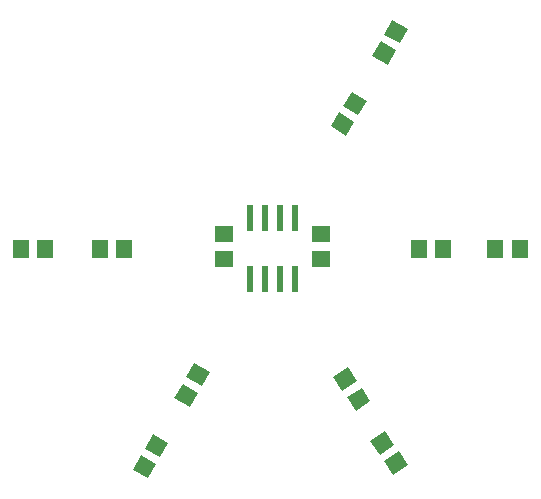
<source format=gtp>
G04 MADE WITH FRITZING*
G04 WWW.FRITZING.ORG*
G04 DOUBLE SIDED*
G04 HOLES PLATED*
G04 CONTOUR ON CENTER OF CONTOUR VECTOR*
%ASAXBY*%
%FSLAX23Y23*%
%MOIN*%
%OFA0B0*%
%SFA1.0B1.0*%
%ADD10R,0.059055X0.055118*%
%ADD11R,0.024000X0.087000*%
%ADD12R,0.055118X0.059055*%
%LNPASTEMASK1*%
G90*
G70*
G54D10*
X1140Y891D03*
X1140Y810D03*
X815Y891D03*
X815Y810D03*
G54D11*
X902Y741D03*
X952Y741D03*
X1002Y741D03*
X1052Y741D03*
X1052Y947D03*
X1002Y947D03*
X952Y947D03*
X902Y947D03*
G54D12*
X402Y841D03*
X483Y841D03*
X1545Y841D03*
X1465Y841D03*
X140Y841D03*
X220Y841D03*
X1802Y841D03*
X1721Y841D03*
G36*
X678Y392D02*
X729Y363D01*
X702Y315D01*
X650Y344D01*
X678Y392D01*
G37*
D02*
G36*
X717Y462D02*
X769Y433D01*
X742Y385D01*
X690Y414D01*
X717Y462D01*
G37*
D02*
G36*
X1264Y1289D02*
X1214Y1320D01*
X1242Y1367D01*
X1293Y1336D01*
X1264Y1289D01*
G37*
D02*
G36*
X1222Y1220D02*
X1172Y1251D01*
X1200Y1298D01*
X1251Y1267D01*
X1222Y1220D01*
G37*
D02*
G36*
X1225Y348D02*
X1275Y380D01*
X1304Y334D01*
X1255Y302D01*
X1225Y348D01*
G37*
D02*
G36*
X1181Y416D02*
X1231Y448D01*
X1261Y402D01*
X1211Y370D01*
X1181Y416D01*
G37*
D02*
G36*
X540Y155D02*
X591Y126D01*
X564Y78D01*
X513Y106D01*
X540Y155D01*
G37*
D02*
G36*
X579Y225D02*
X631Y196D01*
X604Y148D01*
X552Y177D01*
X579Y225D01*
G37*
D02*
G36*
X1402Y1528D02*
X1350Y1556D01*
X1377Y1605D01*
X1429Y1576D01*
X1402Y1528D01*
G37*
D02*
G36*
X1363Y1457D02*
X1311Y1486D01*
X1338Y1534D01*
X1390Y1505D01*
X1363Y1457D01*
G37*
D02*
G36*
X1350Y135D02*
X1399Y168D01*
X1430Y122D01*
X1381Y89D01*
X1350Y135D01*
G37*
D02*
G36*
X1304Y201D02*
X1353Y235D01*
X1384Y189D01*
X1335Y156D01*
X1304Y201D01*
G37*
D02*
G04 End of PasteMask1*
M02*
</source>
